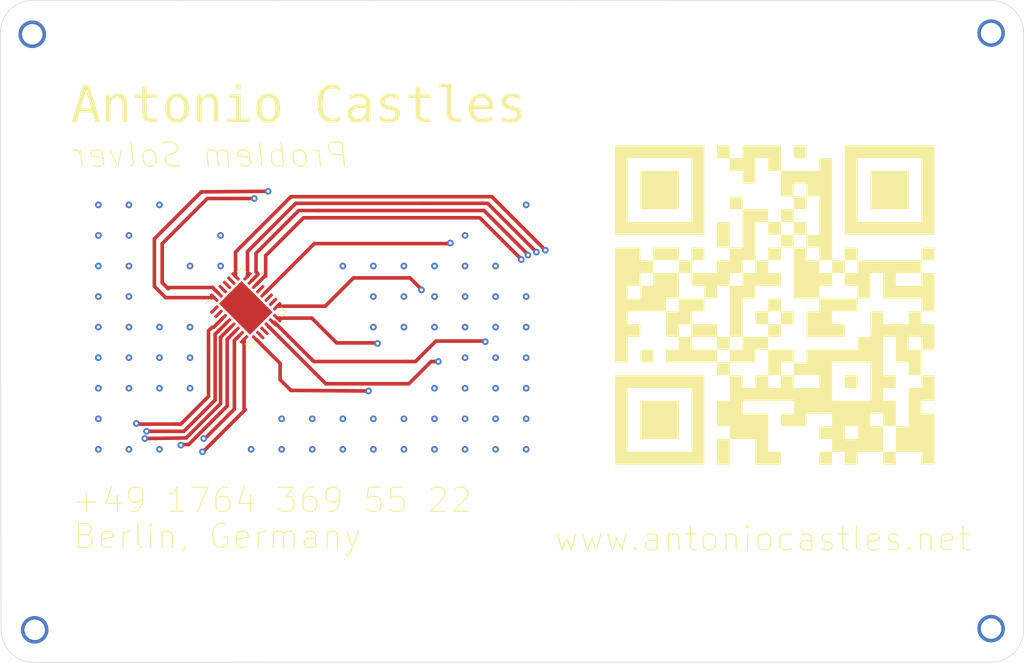
<source format=kicad_pcb>
(kicad_pcb (version 20221018) (generator pcbnew)
  (layers (0 "F.Cu" signal) (1 "In1.Cu" power) (2 "In2.Cu" power) (31 "B.Cu" signal) (34 "B.Paste" user) (35 "F.Paste" user) (36 "B.SilkS" user "B.Silkscreen") (37 "F.SilkS" user "F.Silkscreen") (38 "B.Mask" user) (39 "F.Mask" user) (44 "Edge.Cuts" user))
  (property "num" "hola")
  (net 0 "")
  (footprint "privateParts:TARJETA" (layer "F.Cu") (at 603.3 168.3)
    (fp_text reference "REF**" hide)
    (fp_text value "TARJETA")
    (fp_text user "+49 1764 369 55 22" (at -14.2 32.7 unlocked) (layer "F.SilkS") (effects (font (size 2 2) (thickness 0.1)) (justify left bottom)))
    (fp_text user "Antonio Castles" (at -14.2 0.6 unlocked) (layer "F.SilkS") (effects (font (size 3 3) (thickness 0.1)) (justify left bottom)))
    (fp_text user "Problem Solver" (at 9.1 4 unlocked) (layer "F.SilkS") (effects (font (size 2 2) (thickness 0.1) italic) (justify left bottom mirror)))
    (fp_text user "Berlin, Germany" (at -14.1 35.7 unlocked) (layer "F.SilkS") (effects (font (size 2 2) (thickness 0.1)) (justify left bottom)))
    (fp_text user "www.antoniocastles.net" (at 25.9 35.9 unlocked) (layer "F.SilkS") (effects (font (size 2 2) (thickness 0.1)) (justify left bottom)))
    (fp_line (start -2.655221 14.851778) (end -2.991097 15.187654) (stroke (width 0.12)) (layer "F.SilkS"))
    (fp_line (start -0.342982 12.539539) (end -0.007106 12.203663) (stroke (width 0.12)) (layer "F.SilkS"))
    (fp_line (start -0.007106 12.203663) (end 0.328769 12.539539) (stroke (width 0.12)) (layer "F.SilkS"))
    (fp_line (start 0.7 18.878751) (end 0.364125 18.542875) (stroke (width 0.12)) (layer "F.SilkS"))
    (fp_line (start 1.035876 18.542875) (end 0.7 18.878751) (stroke (width 0.12)) (layer "F.SilkS"))
    (fp_line (start 3.348115 16.230636) (end 3.683991 15.89476) (stroke (width 0.12)) (layer "F.SilkS"))
    (fp_line (start 3.683991 15.89476) (end 3.348115 15.558885) (stroke (width 0.12)) (layer "F.SilkS"))
    (fp_poly (pts (xy 34.214315 19.546604) (xy 34.214315 20.077429) (xy 33.68349 20.077429) (xy 33.152664 20.077429) (xy 33.152664 19.546604) (xy 33.152664 19.015778) (xy 33.68349 19.015778) (xy 34.214315 19.015778)) (fill solid) (layer "F.SilkS"))
    (fp_poly (pts (xy 36.337617 5.745141) (xy 36.337617 7.337617) (xy 34.745141 7.337617) (xy 33.152664 7.337617) (xy 33.152664 5.745141) (xy 33.152664 4.152664) (xy 34.745141 4.152664) (xy 36.337617 4.152664)) (fill solid) (layer "F.SilkS"))
    (fp_poly (pts (xy 36.337617 24.854859) (xy 36.337617 26.447335) (xy 34.745141 26.447335) (xy 33.152664 26.447335) (xy 33.152664 24.854859) (xy 33.152664 23.262382) (xy 34.745141 23.262382) (xy 36.337617 23.262382)) (fill solid) (layer "F.SilkS"))
    (fp_poly (pts (xy 40.584221 20.608255) (xy 40.584221 21.13908) (xy 40.053396 21.13908) (xy 39.52257 21.13908) (xy 39.52257 20.608255) (xy 39.52257 20.077429) (xy 40.053396 20.077429) (xy 40.584221 20.077429)) (fill solid) (layer "F.SilkS"))
    (fp_poly (pts (xy 41.645872 6.806792) (xy 41.645872 7.337617) (xy 41.115047 7.337617) (xy 40.584221 7.337617) (xy 40.584221 6.806792) (xy 40.584221 6.275966) (xy 41.115047 6.275966) (xy 41.645872 6.275966)) (fill solid) (layer "F.SilkS"))
    (fp_poly (pts (xy 46.954127 2.560188) (xy 46.954127 3.091013) (xy 46.423302 3.091013) (xy 45.892476 3.091013) (xy 45.892476 2.560188) (xy 45.892476 2.029362) (xy 46.423302 2.029362) (xy 46.954127 2.029362)) (fill solid) (layer "F.SilkS"))
    (fp_poly (pts (xy 51.200731 21.669906) (xy 51.200731 22.200731) (xy 50.669906 22.200731) (xy 50.13908 22.200731) (xy 50.13908 21.669906) (xy 50.13908 21.13908) (xy 50.669906 21.13908) (xy 51.200731 21.13908)) (fill solid) (layer "F.SilkS"))
    (fp_poly (pts (xy 55.447335 5.745141) (xy 55.447335 7.337617) (xy 53.854859 7.337617) (xy 52.262382 7.337617) (xy 52.262382 5.745141) (xy 52.262382 4.152664) (xy 53.854859 4.152664) (xy 55.447335 4.152664)) (fill solid) (layer "F.SilkS"))
    (fp_poly (pts (xy 45.892476 19.546604) (xy 45.892476 20.077429) (xy 45.361651 20.077429) (xy 44.830825 20.077429) (xy 44.830825 20.608255) (xy 44.830825 21.13908) (xy 44.3 21.13908) (xy 43.769174 21.13908) (xy 43.769174 20.077429) (xy 43.769174 19.015778) (xy 44.830825 19.015778) (xy 45.892476 19.015778)) (fill solid) (layer "F.SilkS"))
    (fp_poly (pts (xy 37.399268 18.484953) (xy 37.399268 19.015778) (xy 38.460919 19.015778) (xy 39.52257 19.015778) (xy 39.52257 19.546604) (xy 39.52257 20.077429) (xy 37.399268 20.077429) (xy 35.275966 20.077429) (xy 35.275966 19.546604) (xy 35.275966 19.015778) (xy 35.806792 19.015778) (xy 36.337617 19.015778) (xy 36.337617 18.484953) (xy 36.337617 17.954127) (xy 36.868443 17.954127) (xy 37.399268 17.954127)) (fill solid) (layer "F.SilkS"))
    (fp_poly (pts (xy 38.460919 5.745141) (xy 38.460919 9.460919) (xy 34.745141 9.460919) (xy 31.029362 9.460919) (xy 31.029362 5.745141) (xy 31.029362 3.091013) (xy 32.091013 3.091013) (xy 32.091013 5.745141) (xy 32.091013 8.399268) (xy 34.745141 8.399268) (xy 37.399268 8.399268) (xy 37.399268 5.745141) (xy 37.399268 3.091013) (xy 34.745141 3.091013) (xy 32.091013 3.091013) (xy 31.029362 3.091013) (xy 31.029362 2.029362) (xy 34.745141 2.029362) (xy 38.460919 2.029362)) (fill solid) (layer "F.SilkS"))
    (fp_poly (pts (xy 38.460919 24.854859) (xy 38.460919 28.570637) (xy 34.745141 28.570637) (xy 31.029362 28.570637) (xy 31.029362 24.854859) (xy 31.029362 22.200731) (xy 32.091013 22.200731) (xy 32.091013 24.854859) (xy 32.091013 27.508986) (xy 34.745141 27.508986) (xy 37.399268 27.508986) (xy 37.399268 24.854859) (xy 37.399268 22.200731) (xy 34.745141 22.200731) (xy 32.091013 22.200731) (xy 31.029362 22.200731) (xy 31.029362 21.13908) (xy 34.745141 21.13908) (xy 38.460919 21.13908)) (fill solid) (layer "F.SilkS"))
    (fp_poly (pts (xy 57.570637 5.745141) (xy 57.570637 9.460919) (xy 53.854859 9.460919) (xy 50.13908 9.460919) (xy 50.13908 5.745141) (xy 50.13908 3.091013) (xy 51.200731 3.091013) (xy 51.200731 5.745141) (xy 51.200731 8.399268) (xy 53.854859 8.399268) (xy 56.508986 8.399268) (xy 56.508986 5.745141) (xy 56.508986 3.091013) (xy 53.854859 3.091013) (xy 51.200731 3.091013) (xy 50.13908 3.091013) (xy 50.13908 2.029362) (xy 53.854859 2.029362) (xy 57.570637 2.029362)) (fill solid) (layer "F.SilkS"))
    (fp_poly (pts (xy 46.954127 11.053396) (xy 46.954127 11.584221) (xy 47.484953 11.584221) (xy 48.015778 11.584221) (xy 48.015778 12.115047) (xy 48.015778 12.645872) (xy 48.546604 12.645872) (xy 49.077429 12.645872) (xy 49.077429 13.176698) (xy 49.077429 13.707523) (xy 48.546604 13.707523) (xy 48.015778 13.707523) (xy 48.015778 14.238349) (xy 48.015778 14.769174) (xy 46.954127 14.769174) (xy 45.892476 14.769174) (xy 45.892476 12.645872) (xy 45.892476 10.52257) (xy 46.423302 10.52257) (xy 46.954127 10.52257)) (fill solid) (layer "F.SilkS"))
    (fp_poly (pts (xy 51.200731 15.3) (xy 51.200731 15.830825) (xy 50.13908 15.830825) (xy 49.077429 15.830825) (xy 49.077429 16.361651) (xy 49.077429 16.892476) (xy 49.608255 16.892476) (xy 50.13908 16.892476) (xy 50.13908 17.423302) (xy 50.13908 17.954127) (xy 48.546604 17.954127) (xy 46.954127 17.954127) (xy 46.954127 16.892476) (xy 46.954127 15.830825) (xy 47.484953 15.830825) (xy 48.015778 15.830825) (xy 48.015778 15.3) (xy 48.015778 14.769174) (xy 49.608255 14.769174) (xy 51.200731 14.769174)) (fill solid) (layer "F.SilkS"))
    (fp_poly (pts (xy 46.954127 8.930094) (xy 46.954127 9.460919) (xy 46.423302 9.460919) (xy 45.892476 9.460919) (xy 45.892476 9.991745) (xy 45.892476 10.52257) (xy 45.361651 10.52257) (xy 44.830825 10.52257) (xy 44.830825 11.053396) (xy 44.830825 11.584221) (xy 44.3 11.584221) (xy 43.769174 11.584221) (xy 43.769174 12.115047) (xy 43.769174 12.645872) (xy 44.3 12.645872) (xy 44.830825 12.645872) (xy 44.830825 13.176698) (xy 44.830825 13.707523) (xy 43.769174 13.707523) (xy 42.707523 13.707523) (xy 42.707523 14.238349) (xy 42.707523 14.769174) (xy 42.176698 14.769174) (xy 41.645872 14.769174) (xy 41.645872 16.361651) (xy 41.645872 17.954127) (xy 42.707523 17.954127) (xy 43.769174 17.954127) (xy 43.769174 17.423302) (xy 43.769174 16.892476) (xy 43.238349 16.892476) (xy 42.707523 16.892476) (xy 42.707523 16.361651) (xy 42.707523 15.830825) (xy 43.238349 15.830825) (xy 43.769174 15.830825) (xy 43.769174 15.3) (xy 43.769174 14.769174) (xy 44.3 14.769174) (xy 44.830825 14.769174) (xy 44.830825 15.3) (xy 44.830825 15.830825) (xy 44.3 15.830825) (xy 43.769174 15.830825) (xy 43.769174 16.361651) (xy 43.769174 16.892476) (xy 44.3 16.892476) (xy 44.830825 16.892476) (xy 44.830825 16.361651) (xy 44.830825 15.830825) (xy 45.361651 15.830825) (xy 45.892476 15.830825) (xy 45.892476 16.361651) (xy 45.892476 16.892476) (xy 45.361651 16.892476) (xy 44.830825 16.892476) (xy 44.830825 17.423302) (xy 44.830825 17.954127) (xy 44.3 17.954127) (xy 43.769174 17.954127) (xy 43.769174 18.484953) (xy 43.769174 19.015778) (xy 43.238349 19.015778) (xy 42.707523 19.015778) (xy 42.707523 19.546604) (xy 42.707523 20.077429) (xy 41.645872 20.077429) (xy 40.584221 20.077429) (xy 40.584221 19.546604) (xy 40.584221 19.015778) (xy 40.053396 19.015778) (xy 39.52257 19.015778) (xy 39.52257 18.484953) (xy 39.52257 17.954127) (xy 38.460919 17.954127) (xy 37.399268 17.954127) (xy 37.399268 17.423302) (xy 37.399268 16.892476) (xy 38.460919 16.892476) (xy 39.52257 16.892476) (xy 39.52257 17.423302) (xy 39.52257 17.954127) (xy 40.053396 17.954127) (xy 40.584221 17.954127) (xy 40.584221 18.484953) (xy 40.584221 19.015778) (xy 41.115047 19.015778) (xy 41.645872 19.015778) (xy 41.645872 18.484953) (xy 41.645872 17.954127) (xy 41.115047 17.954127) (xy 40.584221 17.954127) (xy 40.584221 15.830825) (xy 40.584221 13.707523) (xy 41.115047 13.707523) (xy 41.645872 13.707523) (xy 41.645872 13.176698) (xy 41.645872 12.645872) (xy 42.176698 12.645872) (xy 42.707523 12.645872) (xy 42.707523 12.115047) (xy 42.707523 11.584221) (xy 43.238349 11.584221) (xy 43.769174 11.584221) (xy 43.769174 11.053396) (xy 43.769174 10.52257) (xy 44.3 10.52257) (xy 44.830825 10.52257) (xy 44.830825 9.991745) (xy 44.830825 9.460919) (xy 45.361651 9.460919) (xy 45.892476 9.460919) (xy 45.892476 8.930094) (xy 45.892476 8.399268) (xy 46.423302 8.399268) (xy 46.954127 8.399268)) (fill solid) (layer "F.SilkS"))
    (fp_poly (pts (xy 40.584221 2.560188) (xy 40.584221 3.091013) (xy 41.115047 3.091013) (xy 41.645872 3.091013) (xy 41.645872 2.560188) (xy 41.645872 2.029362) (xy 43.238349 2.029362) (xy 44.830825 2.029362) (xy 44.830825 3.091013) (xy 44.830825 4.152664) (xy 46.423302 4.152664) (xy 48.015778 4.152664) (xy 48.015778 3.621839) (xy 48.015778 3.091013) (xy 48.546604 3.091013) (xy 49.077429 3.091013) (xy 49.077429 7.337617) (xy 49.077429 11.584221) (xy 49.608255 11.584221) (xy 50.13908 11.584221) (xy 50.13908 11.053396) (xy 50.13908 10.52257) (xy 50.669906 10.52257) (xy 51.200731 10.52257) (xy 51.200731 11.053396) (xy 51.200731 11.584221) (xy 53.854859 11.584221) (xy 56.508986 11.584221) (xy 56.508986 11.053396) (xy 56.508986 10.52257) (xy 57.039812 10.52257) (xy 57.570637 10.52257) (xy 57.570637 11.053396) (xy 57.570637 11.584221) (xy 57.039812 11.584221) (xy 56.508986 11.584221) (xy 56.508986 12.115047) (xy 56.508986 12.645872) (xy 55.447335 12.645872) (xy 54.385684 12.645872) (xy 54.385684 13.176698) (xy 54.385684 13.707523) (xy 55.447335 13.707523) (xy 56.508986 13.707523) (xy 56.508986 13.176698) (xy 56.508986 12.645872) (xy 57.039812 12.645872) (xy 57.570637 12.645872) (xy 57.570637 14.238349) (xy 57.570637 15.830825) (xy 57.039812 15.830825) (xy 56.508986 15.830825) (xy 56.508986 16.361651) (xy 56.508986 16.892476) (xy 57.039812 16.892476) (xy 57.570637 16.892476) (xy 57.570637 17.954127) (xy 57.570637 19.015778) (xy 57.039812 19.015778) (xy 56.508986 19.015778) (xy 56.508986 20.077429) (xy 56.508986 21.13908) (xy 55.978161 21.13908) (xy 55.447335 21.13908) (xy 55.447335 20.608255) (xy 55.447335 20.077429) (xy 54.91651 20.077429) (xy 54.385684 20.077429) (xy 54.385684 19.015778) (xy 54.385684 17.954127) (xy 55.447335 17.954127) (xy 55.447335 18.484953) (xy 55.447335 19.015778) (xy 55.978161 19.015778) (xy 56.508986 19.015778) (xy 56.508986 18.484953) (xy 56.508986 17.954127) (xy 55.978161 17.954127) (xy 55.447335 17.954127) (xy 54.385684 17.954127) (xy 53.854859 17.954127) (xy 53.324033 17.954127) (xy 53.324033 19.546604) (xy 53.324033 21.13908) (xy 53.854859 21.13908) (xy 54.385684 21.13908) (xy 54.385684 21.669906) (xy 54.385684 22.200731) (xy 53.854859 22.200731) (xy 53.324033 22.200731) (xy 53.324033 22.731557) (xy 53.324033 23.262382) (xy 53.854859 23.262382) (xy 54.385684 23.262382) (xy 54.385684 24.324033) (xy 54.385684 25.385684) (xy 53.854859 25.385684) (xy 53.324033 25.385684) (xy 53.324033 24.854859) (xy 53.324033 24.324033) (xy 52.793208 24.324033) (xy 52.262382 24.324033) (xy 52.262382 24.854859) (xy 52.262382 25.385684) (xy 52.793208 25.385684) (xy 53.324033 25.385684) (xy 53.324033 26.447335) (xy 53.324033 27.508986) (xy 53.854859 27.508986) (xy 54.385684 27.508986) (xy 54.385684 26.447335) (xy 54.385684 25.385684) (xy 54.91651 25.385684) (xy 55.447335 25.385684) (xy 55.447335 23.793208) (xy 55.447335 22.200731) (xy 55.978161 22.200731) (xy 56.508986 22.200731) (xy 56.508986 21.669906) (xy 56.508986 21.13908) (xy 57.039812 21.13908) (xy 57.570637 21.13908) (xy 57.570637 22.200731) (xy 57.570637 23.262382) (xy 57.039812 23.262382) (xy 56.508986 23.262382) (xy 56.508986 23.793208) (xy 56.508986 24.324033) (xy 57.039812 24.324033) (xy 57.570637 24.324033) (xy 57.570637 26.447335) (xy 57.570637 28.570637) (xy 57.039812 28.570637) (xy 56.508986 28.570637) (xy 56.508986 28.039812) (xy 56.508986 27.508986) (xy 55.447335 27.508986) (xy 54.385684 27.508986) (xy 54.385684 28.039812) (xy 54.385684 28.570637) (xy 53.854859 28.570637) (xy 53.324033 28.570637) (xy 53.324033 28.039812) (xy 53.324033 27.508986) (xy 52.262382 27.508986) (xy 51.200731 27.508986) (xy 51.200731 28.039812) (xy 51.200731 28.570637) (xy 50.669906 28.570637) (xy 50.13908 28.570637) (xy 50.13908 28.039812) (xy 50.13908 27.508986) (xy 49.608255 27.508986) (xy 49.077429 27.508986) (xy 49.077429 28.039812) (xy 49.077429 28.570637) (xy 48.546604 28.570637) (xy 48.015778 28.570637) (xy 48.015778 28.039812) (xy 48.015778 27.508986) (xy 48.546604 27.508986) (xy 49.077429 27.508986) (xy 49.077429 26.978161) (xy 49.077429 26.447335) (xy 48.546604 26.447335) (xy 48.015778 26.447335) (xy 48.015778 25.91651) (xy 48.015778 25.385684) (xy 48.546604 25.385684) (xy 49.077429 25.385684) (xy 50.13908 25.385684) (xy 50.13908 25.91651) (xy 50.13908 26.447335) (xy 50.669906 26.447335) (xy 51.200731 26.447335) (xy 51.200731 25.91651) (xy 51.200731 25.385684) (xy 50.669906 25.385684) (xy 50.13908 25.385684) (xy 49.077429 25.385684) (xy 49.077429 24.854859) (xy 49.077429 24.324033) (xy 48.015778 24.324033) (xy 46.954127 24.324033) (xy 46.954127 24.854859) (xy 46.954127 25.385684) (xy 45.892476 25.385684) (xy 44.830825 25.385684) (xy 44.830825 24.854859) (xy 44.830825 24.324033) (xy 45.361651 24.324033) (xy 45.892476 24.324033) (xy 45.892476 23.793208) (xy 45.892476 23.262382) (xy 43.769174 23.262382) (xy 41.645872 23.262382) (xy 41.645872 23.793208) (xy 41.645872 24.324033) (xy 42.707523 24.324033) (xy 43.769174 24.324033) (xy 43.769174 25.91651) (xy 43.769174 27.508986) (xy 44.3 27.508986) (xy 44.830825 27.508986) (xy 44.830825 28.039812) (xy 44.830825 28.570637) (xy 43.769174 28.570637) (xy 42.707523 28.570637) (xy 42.707523 27.508986) (xy 42.707523 26.447335) (xy 41.645872 26.447335) (xy 40.584221 26.447335) (xy 40.584221 27.508986) (xy 40.584221 28.570637) (xy 40.053396 28.570637) (xy 39.52257 28.570637) (xy 39.52257 27.508986) (xy 39.52257 26.447335) (xy 40.053396 26.447335) (xy 40.584221 26.447335) (xy 40.584221 25.91651) (xy 40.584221 25.385684) (xy 40.053396 25.385684) (xy 39.52257 25.385684) (xy 39.52257 24.324033) (xy 39.52257 23.262382) (xy 40.053396 23.262382) (xy 40.584221 23.262382) (xy 40.584221 22.200731) (xy 40.584221 21.13908) (xy 41.115047 21.13908) (xy 41.645872 21.13908) (xy 41.645872 21.669906) (xy 41.645872 22.200731) (xy 42.176698 22.200731) (xy 42.707523 22.200731) (xy 42.707523 21.669906) (xy 42.707523 21.13908) (xy 43.238349 21.13908) (xy 43.769174 21.13908) (xy 43.769174 21.669906) (xy 43.769174 22.200731) (xy 44.3 22.200731) (xy 44.830825 22.200731) (xy 44.830825 21.669906) (xy 44.830825 21.13908) (xy 45.361651 21.13908) (xy 45.892476 21.13908) (xy 45.892476 21.669906) (xy 45.892476 22.200731) (xy 46.954127 22.200731) (xy 48.015778 22.200731) (xy 48.015778 21.669906) (xy 48.015778 21.13908) (xy 46.954127 21.13908) (xy 45.892476 21.13908) (xy 45.892476 20.608255) (xy 45.892476 20.077429) (xy 46.423302 20.077429) (xy 46.954127 20.077429) (xy 49.077429 20.077429) (xy 49.077429 21.669906) (xy 49.077429 23.262382) (xy 50.669906 23.262382) (xy 52.262382 23.262382) (xy 52.262382 21.669906) (xy 52.262382 20.077429) (xy 50.669906 20.077429) (xy 49.077429 20.077429) (xy 46.954127 20.077429) (xy 46.954127 19.546604) (xy 46.954127 19.015778) (xy 49.077429 19.015778) (xy 51.200731 19.015778) (xy 51.200731 18.484953) (xy 51.200731 17.954127) (xy 51.731557 17.954127) (xy 52.262382 17.954127) (xy 52.262382 16.892476) (xy 52.262382 15.830825) (xy 52.793208 15.830825) (xy 53.324033 15.830825) (xy 53.324033 16.361651) (xy 53.324033 16.892476) (xy 54.385684 16.892476) (xy 55.447335 16.892476) (xy 55.447335 16.361651) (xy 55.447335 15.830825) (xy 55.978161 15.830825) (xy 56.508986 15.830825) (xy 56.508986 15.3) (xy 56.508986 14.769174) (xy 54.91651 14.769174) (xy 53.324033 14.769174) (xy 53.324033 13.707523) (xy 53.324033 12.645872) (xy 52.793208 12.645872) (xy 52.262382 12.645872) (xy 52.262382 13.707523) (xy 52.262382 14.769174) (xy 51.731557 14.769174) (xy 51.200731 14.769174) (xy 51.200731 14.238349) (xy 51.200731 13.707523) (xy 50.669906 13.707523) (xy 50.13908 13.707523) (xy 50.13908 13.176698) (xy 50.13908 12.645872) (xy 50.669906 12.645872) (xy 51.200731 12.645872) (xy 51.200731 12.115047) (xy 51.200731 11.584221) (xy 50.669906 11.584221) (xy 50.13908 11.584221) (xy 50.13908 12.115047) (xy 50.13908 12.645872) (xy 49.608255 12.645872) (xy 49.077429 12.645872) (xy 49.077429 12.115047) (xy 49.077429 11.584221) (xy 48.546604 11.584221) (xy 48.015778 11.584221) (xy 48.015778 11.053396) (xy 48.015778 10.52257) (xy 47.484953 10.52257) (xy 46.954127 10.52257) (xy 46.954127 9.991745) (xy 46.954127 9.460919) (xy 47.484953 9.460919) (xy 48.015778 9.460919) (xy 48.015778 7.868443) (xy 48.015778 6.275966) (xy 47.484953 6.275966) (xy 46.954127 6.275966) (xy 46.954127 6.806792) (xy 46.954127 7.337617) (xy 46.423302 7.337617) (xy 45.892476 7.337617) (xy 45.892476 7.868443) (xy 45.892476 8.399268) (xy 45.361651 8.399268) (xy 44.830825 8.399268) (xy 44.830825 8.930094) (xy 44.830825 9.460919) (xy 44.3 9.460919) (xy 43.769174 9.460919) (xy 43.769174 8.930094) (xy 43.769174 8.399268) (xy 43.238349 8.399268) (xy 42.707523 8.399268) (xy 42.707523 9.991745) (xy 42.707523 11.584221) (xy 42.176698 11.584221) (xy 41.645872 11.584221) (xy 41.645872 12.115047) (xy 41.645872 12.645872) (xy 41.115047 12.645872) (xy 40.584221 12.645872) (xy 40.584221 13.176698) (xy 40.584221 13.707523) (xy 40.053396 13.707523) (xy 39.52257 13.707523) (xy 39.52257 14.238349) (xy 39.52257 14.769174) (xy 38.991745 14.769174) (xy 38.460919 14.769174) (xy 38.460919 14.238349) (xy 38.460919 13.707523) (xy 37.930094 13.707523) (xy 37.399268 13.707523) (xy 37.399268 13.176698) (xy 37.399268 12.645872) (xy 36.868443 12.645872) (xy 36.337617 12.645872) (xy 36.337617 13.707523) (xy 36.337617 14.769174) (xy 35.806792 14.769174) (xy 35.275966 14.769174) (xy 35.275966 15.3) (xy 35.275966 15.830825) (xy 35.806792 15.830825) (xy 36.337617 15.830825) (xy 36.337617 15.3) (xy 36.337617 14.769174) (xy 37.399268 14.769174) (xy 38.460919 14.769174) (xy 38.460919 15.3) (xy 38.460919 15.830825) (xy 37.930094 15.830825) (xy 37.399268 15.830825) (xy 37.399268 16.361651) (xy 37.399268 16.892476) (xy 36.868443 16.892476) (xy 36.337617 16.892476) (xy 36.337617 17.423302) (xy 36.337617 17.954127) (xy 35.806792 17.954127) (xy 35.275966 17.954127) (xy 35.275966 16.892476) (xy 35.275966 15.830825) (xy 33.68349 15.830825) (xy 32.091013 15.830825) (xy 32.091013 16.361651) (xy 32.091013 16.892476) (xy 32.621839 16.892476) (xy 33.152664 16.892476) (xy 33.152664 17.423302) (xy 33.152664 17.954127) (xy 32.621839 17.954127) (xy 32.091013 17.954127) (xy 32.091013 19.015778) (xy 32.091013 20.077429) (xy 31.560188 20.077429) (xy 31.029362 20.077429) (xy 31.029362 15.3) (xy 31.029362 14.769174) (xy 32.091013 14.769174) (xy 32.621839 14.769174) (xy 33.152664 14.769174) (xy 33.152664 14.238349) (xy 33.152664 13.707523) (xy 33.68349 13.707523) (xy 34.214315 13.707523) (xy 34.214315 13.176698) (xy 34.214315 12.645872) (xy 35.275966 12.645872) (xy 36.337617 12.645872) (xy 36.337617 12.115047) (xy 36.337617 11.584221) (xy 35.275966 11.584221) (xy 34.214315 11.584221) (xy 34.214315 12.115047) (xy 34.214315 12.645872) (xy 33.68349 12.645872) (xy 33.152664 12.645872) (xy 33.152664 13.176698) (xy 33.152664 13.707523) (xy 32.621839 13.707523) (xy 32.091013 13.707523) (xy 32.091013 14.238349) (xy 32.091013 14.769174) (xy 31.029362 14.769174) (xy 31.029362 10.52257) (xy 32.091013 10.52257) (xy 33.152664 10.52257) (xy 33.152664 11.053396) (xy 33.152664 11.584221) (xy 33.68349 11.584221) (xy 34.214315 11.584221) (xy 34.214315 11.053396) (xy 34.214315 10.52257) (xy 35.275966 10.52257) (xy 36.337617 10.52257) (xy 36.337617 11.053396) (xy 36.337617 11.584221) (xy 36.868443 11.584221) (xy 37.399268 11.584221) (xy 37.399268 11.053396) (xy 37.399268 10.52257) (xy 37.930094 10.52257) (xy 38.460919 10.52257) (xy 38.460919 11.053396) (xy 38.460919 11.584221) (xy 37.930094 11.584221) (xy 37.399268 11.584221) (xy 37.399268 12.115047) (xy 37.399268 12.645872) (xy 38.460919 12.645872) (xy 39.52257 12.645872) (xy 39.52257 12.115047) (xy 39.52257 11.584221) (xy 40.053396 11.584221) (xy 40.584221 11.584221) (xy 40.584221 11.053396) (xy 40.584221 10.52257) (xy 40.053396 10.52257) (xy 39.52257 10.52257) (xy 39.52257 9.460919) (xy 39.52257 8.399268) (xy 40.053396 8.399268) (xy 40.584221 8.399268) (xy 40.584221 9.460919) (xy 40.584221 10.52257) (xy 41.115047 10.52257) (xy 41.645872 10.52257) (xy 41.645872 8.930094) (xy 41.645872 7.337617) (xy 42.707523 7.337617) (xy 43.769174 7.337617) (xy 43.769174 7.868443) (xy 43.769174 8.399268) (xy 44.3 8.399268) (xy 44.830825 8.399268) (xy 44.830825 7.868443) (xy 44.830825 7.337617) (xy 45.361651 7.337617) (xy 45.892476 7.337617) (xy 45.892476 6.806792) (xy 45.892476 6.275966) (xy 45.361651 6.275966) (xy 44.830825 6.275966) (xy 44.830825 5.214315) (xy 45.892476 5.214315) (xy 45.892476 5.745141) (xy 45.892476 6.275966) (xy 46.423302 6.275966) (xy 46.954127 6.275966) (xy 46.954127 5.745141) (xy 46.954127 5.214315) (xy 46.423302 5.214315) (xy 45.892476 5.214315) (xy 44.830825 5.214315) (xy 44.830825 4.152664) (xy 44.3 4.152664) (xy 43.769174 4.152664) (xy 43.769174 3.621839) (xy 43.769174 3.091013) (xy 43.238349 3.091013) (xy 42.707523 3.091013) (xy 42.707523 4.152664) (xy 42.707523 5.214315) (xy 42.176698 5.214315) (xy 41.645872 5.214315) (xy 41.645872 4.68349) (xy 41.645872 4.152664) (xy 41.115047 4.152664) (xy 40.584221 4.152664) (xy 40.584221 3.621839) (xy 40.584221 3.091013) (xy 40.053396 3.091013) (xy 39.52257 3.091013) (xy 39.52257 2.560188) (xy 39.52257 2.029362) (xy 40.053396 2.029362) (xy 40.584221 2.029362)) (fill solid) (layer "F.SilkS"))
    (fp_line (start -20.055319 -7.228825) (end -19.996367 42.30172) (stroke (width 0.05)) (layer "Edge.Cuts"))
    (fp_line (start -17.2 45) (end 62.30172 44.996367) (stroke (width 0.05)) (layer "Edge.Cuts"))
    (fp_line (start 62.203633 -9.99828) (end -17.357039 -10.025192) (stroke (width 0.05)) (layer "Edge.Cuts"))
    (fp_line (start 65 42.2) (end 65 -7.3) (stroke (width 0.05)) (layer "Edge.Cuts"))
    (fp_arc (start -20.055319 -7.228825) (mid -19.3 -9.2) (end -17.357039 -10.025192) (stroke (width 0.05)) (layer "Edge.Cuts"))
    (fp_arc (start -17.2 45) (mid -19.171175 44.244681) (end -19.996367 42.30172) (stroke (width 0.05)) (layer "Edge.Cuts"))
    (fp_arc (start 62.203633 -9.99828) (mid 64.174808 -9.242961) (end 65 -7.3) (stroke (width 0.05)) (layer "Edge.Cuts"))
    (fp_arc (start 65 42.2) (mid 64.244689 44.171169) (end 62.30172 44.996367) (stroke (width 0.05)) (layer "Edge.Cuts"))
    (pad "" np_thru_hole circle (at -17.4 -7.2) (size 2.286 2.286) (drill 1.7) (layers "F&B.Cu" "*.Mask"))
    (pad "" np_thru_hole circle (at -17.2 42.3) (size 2.286 2.286) (drill 1.7) (layers "F&B.Cu" "*.Mask"))
    (pad "" np_thru_hole circle (at 62.3 -7.3) (size 2.286 2.286) (drill 1.7) (layers "F&B.Cu" "*.Mask"))
    (pad "" np_thru_hole circle (at 62.3 42.2) (size 2.286 2.286) (drill 1.7) (layers "F&B.Cu" "*.Mask"))
    (pad "1" smd roundrect (at -2.269848 15.682628 45) (size 0.85 0.25) (layers "F.Cu" "F.Paste" "F.Mask"))
    (pad "2" smd roundrect (at -1.916295 16.036182 45) (size 0.85 0.25) (layers "F.Cu" "F.Paste" "F.Mask"))
    (pad "3" smd roundrect (at -1.562741 16.389735 45) (size 0.85 0.25) (layers "F.Cu" "F.Paste" "F.Mask"))
    (pad "4" smd roundrect (at -1.209188 16.743289 45) (size 0.85 0.25) (layers "F.Cu" "F.Paste" "F.Mask"))
    (pad "5" smd roundrect (at -0.855635 17.096842 45) (size 0.85 0.25) (layers "F.Cu" "F.Paste" "F.Mask"))
    (pad "6" smd roundrect (at -0.502081 17.450395 45) (size 0.85 0.25) (layers "F.Cu" "F.Paste" "F.Mask"))
    (pad "7" smd roundrect (at -0.148528 17.803949 45) (size 0.85 0.25) (layers "F.Cu" "F.Paste" "F.Mask"))
    (pad "8" smd roundrect (at 0.205026 18.157502 45) (size 0.85 0.25) (layers "F.Cu" "F.Paste" "F.Mask"))
    (pad "9" smd roundrect (at 1.194975 18.157502 45) (size 0.25 0.85) (layers "F.Cu" "F.Paste" "F.Mask"))
    (pad "10" smd roundrect (at 1.548529 17.803949 45) (size 0.25 0.85) (layers "F.Cu" "F.Paste" "F.Mask"))
    (pad "11" smd roundrect (at 1.902082 17.450395 45) (size 0.25 0.85) (layers "F.Cu" "F.Paste" "F.Mask"))
    (pad "12" smd roundrect (at 2.255635 17.096842 45) (size 0.25 0.85) (layers "F.Cu" "F.Paste" "F.Mask"))
    (pad "13" smd roundrect (at 2.609189 16.743289 45) (size 0.25 0.85) (layers "F.Cu" "F.Paste" "F.Mask"))
    (pad "14" smd roundrect (at 2.962742 16.389735 45) (size 0.25 0.85) (layers "F.Cu" "F.Paste" "F.Mask"))
    (pad "15" smd roundrect (at 2.962742 15.399786 45) (size 0.85 0.25) (layers "F.Cu" "F.Paste" "F.Mask"))
    (pad "16" smd roundrect (at 2.609189 15.046232 45) (size 0.85 0.25) (layers "F.Cu" "F.Paste" "F.Mask"))
    (pad "17" smd roundrect (at 2.255635 14.692679 45) (size 0.85 0.25) (layers "F.Cu" "F.Paste" "F.Mask"))
    (pad "18" smd roundrect (at 1.902082 14.339125 45) (size 0.85 0.25) (layers "F.Cu" "F.Paste" "F.Mask"))
    (pad "19" smd roundrect (at 1.548529 13.985572 45) (size 0.85 0.25) (layers "F.Cu" "F.Paste" "F.Mask"))
    (pad "20" smd roundrect (at 1.194975 13.632019 45) (size 0.85 0.25) (layers "F.Cu" "F.Paste" "F.Mask"))
    (pad "21" smd roundrect (at 0.841422 13.278465 45) (size 0.85 0.25) (layers "F.Cu" "F.Paste" "F.Mask"))
    (pad "22" smd roundrect (at 0.487868 12.924912 45) (size 0.85 0.25) (layers "F.Cu" "F.Paste" "F.Mask"))
    (pad "23" smd roundrect (at -0.502081 12.924912 45) (size 0.25 0.85) (layers "F.Cu" "F.Paste" "F.Mask"))
    (pad "24" smd roundrect (at -0.855635 13.278465 45) (size 0.25 0.85) (layers "F.Cu" "F.Paste" "F.Mask"))
    (pad "25" smd roundrect (at -1.209188 13.632019 45) (size 0.25 0.85) (layers "F.Cu" "F.Paste" "F.Mask"))
    (pad "26" smd roundrect (at -1.562741 13.985572 45) (size 0.25 0.85) (layers "F.Cu" "F.Paste" "F.Mask"))
    (pad "27" smd roundrect (at -1.916295 14.339125 45) (size 0.25 0.85) (layers "F.Cu" "F.Paste" "F.Mask"))
    (pad "28" smd roundrect (at -2.269848 14.692679 45) (size 0.25 0.85) (layers "F.Cu" "F.Paste" "F.Mask"))
    (pad "29" smd rect (at 0.346447 15.541207 45) (size 2.65 3.65) (layers "F.Cu" "F.Mask"))
  )
  (segment (start 618.25 182.35) (end 618.3 182.35) (width 0.3) (layer "F.Cu") (net 0))
  (segment (start 618.35 175.15) (end 623.75 175.15) (width 0.3) (layer "F.Cu") (net 0))
  (segment (start 609.139735 184.689735) (end 609.8 185.35) (width 0.3) (layer "F.Cu") (net 0))
  (segment (start 601.55 186.291207) (end 601.55 186.4) (width 0.3) (layer "F.Cu") (net 0))
  (segment (start 608.55 176.35) (end 623.1 176.35) (width 0.3) (layer "F.Cu") (net 0))
  (segment (start 595.4 194.1) (end 595.45 194.1) (width 0.3) (layer "F.Cu") (net 0))
  (segment (start 617.2 190.15) (end 619.05 188.3) (width 0.3) (layer "F.Cu") (net 0))
  (segment (start 602.7 186.555421) (end 602.7 186.6) (width 0.3) (layer "F.Cu") (net 0))
  (segment (start 600.55 187) (end 600.55 191.2) (width 0.3) (layer "F.Cu") (net 0))
  (segment (start 601.383705 182.639125) (end 600.9 182.15542) (width 0.3) (layer "F.Cu") (net 0))
  (segment (start 602.1 186.448314) (end 602.1 186.45) (width 0.3) (layer "F.Cu") (net 0))
  (segment (start 603.787868 179.162132) (end 605 177.95) (width 0.3) (layer "F.Cu") (net 0))
  (segment (start 601.030152 182.992679) (end 596.992679 182.992679) (width 0.3) (layer "F.Cu") (net 0))
  (segment (start 607.8 175.15) (end 618.35 175.15) (width 0.3) (layer "F.Cu") (net 0))
  (segment (start 595.25 194.7) (end 595.3 194.65) (width 0.3) (layer "F.Cu") (net 0))
  (segment (start 598.9 195.2) (end 598.4 195.2) (width 0.3) (layer "F.Cu") (net 0))
  (segment (start 597.2 182.25) (end 596.7 181.75) (width 0.3) (layer "F.Cu") (net 0))
  (segment (start 602.65 192.3) (end 600.25 194.7) (width 0.3) (layer "F.Cu") (net 0))
  (segment (start 605.3 179.5) (end 605.35 179.45) (width 0.3) (layer "F.Cu") (net 0))
  (segment (start 596.05 182.05) (end 596.05 178.1) (width 0.3) (layer "F.Cu") (net 0))
  (segment (start 628.55 179.05) (end 628.6 179.1) (width 0.3) (layer "F.Cu") (net 0))
  (segment (start 600.9 182.15) (end 597.3 182.15) (width 0.3) (layer "F.Cu") (net 0))
  (segment (start 609.341207 178.5) (end 609.4 178.5) (width 0.3) (layer "F.Cu") (net 0))
  (segment (start 600.15 194.8) (end 600.25 194.7) (width 0.3) (layer "F.Cu") (net 0))
  (segment (start 606.262742 184.689735) (end 609.139735 184.689735) (width 0.3) (layer "F.Cu") (net 0))
  (segment (start 601.1 186) (end 601.1 191.5) (width 0.3) (layer "F.Cu") (net 0))
  (segment (start 598.5 194.1) (end 595.4 194.1) (width 0.3) (layer "F.Cu") (net 0))
  (segment (start 596.7 178.5) (end 600.45 174.75) (width 0.3) (layer "F.Cu") (net 0))
  (segment (start 603.151472 186.103949) (end 602.7 186.555421) (width 0.3) (layer "F.Cu") (net 0))
  (segment (start 606.262742 183.699786) (end 610.250214 183.699786) (width 0.3) (layer "F.Cu") (net 0))
  (segment (start 609.4 178.5) (end 620.6 178.5) (width 0.3) (layer "F.Cu") (net 0))
  (segment (start 602.7 186.6) (end 602.7 192.25) (width 0.3) (layer "F.Cu") (net 0))
  (segment (start 598.3 195.2) (end 598.35 195.2) (width 0.3) (layer "F.Cu") (net 0))
  (segment (start 602.797919 185.750395) (end 602.1 186.448314) (width 0.3) (layer "F.Cu") (net 0))
  (segment (start 594.6 193.5) (end 594.65 193.5) (width 0.3) (layer "F.Cu") (net 0))
  (segment (start 607.4 190.7) (end 613.85 190.75) (width 0.3) (layer "F.Cu") (net 0))
  (segment (start 605 177.95) (end 607.8 175.15) (width 0.3) (layer "F.Cu") (net 0))
  (segment (start 623.5 186.6) (end 623.55 186.65) (width 0.3) (layer "F.Cu") (net 0))
  (segment (start 600.25 191.5) (end 598.25 193.5) (width 0.3) (layer "F.Cu") (net 0))
  (segment (start 606.6 189.9) (end 607.4 190.7) (width 0.3) (layer "F.Cu") (net 0))
  (segment (start 604.507502 186.457502) (end 606.5 188.45) (width 0.3) (layer "F.Cu") (net 0))
  (segment (start 600.05 195.8) (end 600 195.8) (width 0.3) (layer "F.Cu") (net 0))
  (segment (start 627.1 179.45) (end 627.15 179.45) (width 0.3) (layer "F.Cu") (net 0))
  (segment (start 594.7 193.5) (end 594.55 193.45) (width 0.3) (layer "F.Cu") (net 0))
  (segment (start 610.250214 183.699786) (end 612.6 181.35) (width 0.3) (layer "F.Cu") (net 0))
  (segment (start 600.05 192.55) (end 598.5 194.1) (width 0.3) (layer "F.Cu") (net 0))
  (segment (start 618.25 182.3) (end 618.25 182.35) (width 0.3) (layer "F.Cu") (net 0))
  (segment (start 600.55 185.75) (end 600.55 187) (width 0.3) (layer "F.Cu") (net 0))
  (segment (start 604.65 181) (end 604.5 180.85) (width 0.3) (layer "F.Cu") (net 0))
  (segment (start 612.6 181.35) (end 617.3 181.35) (width 0.3) (layer "F.Cu") (net 0))
  (segment (start 603.787868 181.224912) (end 603.787868 179.162132) (width 0.3) (layer "F.Cu") (net 0))
  (segment (start 603.505026 186.457502) (end 603.505026 192.205026) (width 0.3) (layer "F.Cu") (net 0))
  (segment (start 597.3 182.15) (end 597.2 182.25) (width 0.3) (layer "F.Cu") (net 0))
  (segment (start 600.9 182.15542) (end 600.9 182.15) (width 0.3) (layer "F.Cu") (net 0))
  (segment (start 608.45 176.35) (end 608.55 176.35) (width 0.3) (layer "F.Cu") (net 0))
  (segment (start 602.090812 185.043289) (end 601.134101 186) (width 0.3) (layer "F.Cu") (net 0))
  (segment (start 611.2 186.75) (end 611.8 186.75) (width 0.3) (layer "F.Cu") (net 0))
  (segment (start 602.1 186.45) (end 602.1 192) (width 0.3) (layer "F.Cu") (net 0))
  (segment (start 600.15 194.7) (end 600.15 194.8) (width 0.3) (layer "F.Cu") (net 0))
  (segment (start 602.797919 181.224912) (end 602.797919 179.202081) (width 0.3) (layer "F.Cu") (net 0))
  (segment (start 617.75 188.3) (end 619.45 186.6) (width 0.3) (layer "F.Cu") (net 0))
  (segment (start 609.35 189.2) (end 610.3 190.15) (width 0.3) (layer "F.Cu") (net 0))
  (segment (start 601.134101 186) (end 601.1 186) (width 0.3) (layer "F.Cu") (net 0))
  (segment (start 618.3 182.35) (end 618.3 182.35) (width 0.3) (layer "F.Cu") (net 0))
  (segment (start 602.7 192.25) (end 602.65 192.3) (width 0.3) (layer "F.Cu") (net 0))
  (segment (start 594.55 193.45) (end 594.6 193.5) (width 0.3) (layer "F.Cu") (net 0))
  (segment (start 603.505026 192.205026) (end 603.6 192.3) (width 0.3) (layer "F.Cu") (net 0))
  (segment (start 617.3 181.35) (end 618.25 182.3) (width 0.3) (layer "F.Cu") (net 0))
  (segment (start 600.45 174.75) (end 604.35 174.75) (width 0.3) (layer "F.Cu") (net 0))
  (segment (start 609.3 188.3) (end 616.95 188.3) (width 0.3) (layer "F.Cu") (net 0))
  (segment (start 602.444365 185.396842) (end 601.55 186.291207) (width 0.3) (layer "F.Cu") (net 0))
  (segment (start 605.35 179.45) (end 608.45 176.35) (width 0.3) (layer "F.Cu") (net 0))
  (segment (start 597.8 193.5) (end 594.7 193.5) (width 0.3) (layer "F.Cu") (net 0))
  (segment (start 605.202082 182.639125) (end 609.341207 178.5) (width 0.3) (layer "F.Cu") (net 0))
  (segment (start 608.05 175.75) (end 609.65 175.75) (width 0.3) (layer "F.Cu") (net 0))
  (segment (start 598.4 195.2) (end 598.25 195.25) (width 0.3) (layer "F.Cu") (net 0))
  (segment (start 601.55 186.4) (end 601.55 191.8) (width 0.3) (layer "F.Cu") (net 0))
  (segment (start 600.1 195.8) (end 600.05 195.8) (width 0.3) (layer "F.Cu") (net 0))
  (segment (start 606.5 188.45) (end 606.5 189.8) (width 0.3) (layer "F.Cu") (net 0))
  (segment (start 623.45 175.75) (end 627.1 179.4) (width 0.3) (layer "F.Cu") (net 0))
  (segment (start 627.15 179.45) (end 627.15 179.45) (width 0.3) (layer "F.Cu") (net 0))
  (segment (start 602.797919 179.202081) (end 607.35 174.65) (width 0.3) (layer "F.Cu") (net 0))
  (segment (start 605.226994 181.2) (end 605.3 181.2) (width 0.3) (layer "F.Cu") (net 0))
  (segment (start 604.494975 186.457502) (end 604.507502 186.457502) (width 0.3) (layer "F.Cu") (net 0))
  (segment (start 604.141422 181.578465) (end 604.65 181.069887) (width 0.3) (layer "F.Cu") (net 0))
  (segment (start 604.35 174.75) (end 604.4 174.75) (width 0.3) (layer "F.Cu") (net 0))
  (segment (start 610.3 190.15) (end 617.2 190.15) (width 0.3) (layer "F.Cu") (net 0))
  (segment (start 616.95 188.3) (end 617.75 188.3) (width 0.3) (layer "F.Cu") (net 0))
  (segment (start 611.8 186.75) (end 614.55 186.75) (width 0.3) (layer "F.Cu") (net 0))
  (segment (start 626.6 179.85) (end 626.65 179.85) (width 0.3) (layer "F.Cu") (net 0))
  (segment (start 627.1 179.4) (end 627.1 179.45) (width 0.3) (layer "F.Cu") (net 0))
  (segment (start 603.6 192.3) (end 600.225 195.675) (width 0.3) (layer "F.Cu") (net 0))
  (segment (start 596.992679 182.992679) (end 596.05 182.05) (width 0.3) (layer "F.Cu") (net 0))
  (segment (start 619.45 186.6) (end 623.5 186.6) (width 0.3) (layer "F.Cu") (net 0))
  (segment (start 614.55 186.75) (end 614.6 186.8) (width 0.3) (layer "F.Cu") (net 0))
  (segment (start 627.8 179.2) (end 627.85 179.25) (width 0.3) (layer "F.Cu") (net 0))
  (segment (start 598.25 195.25) (end 598.3 195.2) (width 0.3) (layer "F.Cu") (net 0))
  (segment (start 619.05 188.3) (end 619.65 188.3) (width 0.3) (layer "F.Cu") (net 0))
  (segment (start 620.65 178.45) (end 620.7 178.4) (width 0.3) (layer "F.Cu") (net 0))
  (segment (start 613.85 190.75) (end 613.85 190.7) (width 0.3) (layer "F.Cu") (net 0))
  (segment (start 604.5 179.3) (end 608.05 175.75) (width 0.3) (layer "F.Cu") (net 0))
  (segment (start 601.35 192.75) (end 598.9 195.2) (width 0.3) (layer "F.Cu") (net 0))
  (segment (start 609.8 185.35) (end 611.2 186.75) (width 0.3) (layer "F.Cu") (net 0))
  (segment (start 596.7 181.75) (end 596.7 181.5) (width 0.3) (layer "F.Cu") (net 0))
  (segment (start 605.5 174.15) (end 605.5 174.2) (width 0.3) (layer "F.Cu") (net 0))
  (segment (start 598.7 194.65) (end 595.25 194.7) (width 0.3) (layer "F.Cu") (net 0))
  (segment (start 596.05 178.1) (end 597.75 176.4) (width 0.3) (layer "F.Cu") (net 0))
  (segment (start 607.35 174.65) (end 607.4 174.6) (width 0.3) (layer "F.Cu") (net 0))
  (segment (start 624.1 174.6) (end 628.55 179.05) (width 0.3) (layer "F.Cu") (net 0))
  (segment (start 600.25 194.7) (end 600.15 194.7) (width 0.3) (layer "F.Cu") (net 0))
  (segment (start 597.75 176.4) (end 599.95 174.2) (width 0.3) (layer "F.Cu") (net 0))
  (segment (start 609.05 188.05) (end 609.3 188.3) (width 0.3) (layer "F.Cu") (net 0))
  (segment (start 609.65 175.75) (end 623.45 175.75) (width 0.3) (layer "F.Cu") (net 0))
  (segment (start 620.6 178.5) (end 620.65 178.45) (width 0.3) (layer "F.Cu") (net 0))
  (segment (start 623.25 176.5) (end 626.6 179.85) (width 0.3) (layer "F.Cu") (net 0))
  (segment (start 606.5 189.8) (end 606.6 189.9) (width 0.3) (layer "F.Cu") (net 0))
  (segment (start 596.7 181.5) (end 596.7 178.5) (width 0.3) (layer "F.Cu") (net 0))
  (segment (start 607.4 174.6) (end 623.9 174.6) (width 0.3) (layer "F.Cu") (net 0))
  (segment (start 602.1 192) (end 601.35 192.75) (width 0.3) (layer "F.Cu") (net 0))
  (segment (start 606.043289 185.043289) (end 609.05 188.05) (width 0.3) (layer "F.Cu") (net 0))
  (segment (start 604.5 180.85) (end 604.5 179.3) (width 0.3) (layer "F.Cu") (net 0))
  (segment (start 605.909189 185.043289) (end 606.043289 185.043289) (width 0.3) (layer "F.Cu") (net 0))
  (segment (start 604.65 181.069887) (end 604.65 181) (width 0.3) (layer "F.Cu") (net 0))
  (segment (start 623.75 175.15) (end 627.8 179.2) (width 0.3) (layer "F.Cu") (net 0))
  (segment (start 604.494975 181.932019) (end 605.226994 181.2) (width 0.3) (layer "F.Cu") (net 0))
  (segment (start 601.55 191.8) (end 598.7 194.65) (width 0.3) (layer "F.Cu") (net 0))
  (segment (start 623.9 174.6) (end 624.1 174.6) (width 0.3) (layer "F.Cu") (net 0))
  (segment (start 605.3 181.2) (end 605.3 179.5) (width 0.3) (layer "F.Cu") (net 0))
  (segment (start 599.95 174.2) (end 605.5 174.15) (width 0.3) (layer "F.Cu") (net 0))
  (segment (start 605.555635 185.396842) (end 605.555635 185.405635) (width 0.3) (layer "F.Cu") (net 0))
  (segment (start 600.55 191.2) (end 600.25 191.5) (width 0.3) (layer "F.Cu") (net 0))
  (segment (start 623.1 176.35) (end 623.25 176.5) (width 0.3) (layer "F.Cu") (net 0))
  (segment (start 598.25 193.5) (end 597.8 193.5) (width 0.3) (layer "F.Cu") (net 0))
  (segment (start 605.555635 185.405635) (end 609.35 189.2) (width 0.3) (layer "F.Cu") (net 0))
  (segment (start 600.976994 185.45) (end 600.85 185.45) (width 0.3) (layer "F.Cu") (net 0))
  (segment (start 600.85 185.45) (end 600.55 185.75) (width 0.3) (layer "F.Cu") (net 0))
  (segment (start 601.1 191.5) (end 600.05 192.55) (width 0.3) (layer "F.Cu") (net 0))
  (segment (start 601.737259 184.689735) (end 600.976994 185.45) (width 0.3) (layer "F.Cu") (net 0))
  (via (at 626.953062 182.899689) (size 0.55) (drill 0.25) (layers "F.Cu" "B.Cu") (net 0))
  (via (at 613.85 190.75) (size 0.55) (drill 0.25) (layers "F.Cu" "B.Cu") (net 0))
  (via (at 605.5 174.15) (size 0.55) (drill 0.25) (layers "F.Cu" "B.Cu") (net 0))
  (via (at 591.393062 182.899689) (size 0.55) (drill 0.25) (layers "F.Cu" "B.Cu") (net 0))
  (via (at 614.253062 185.439689) (size 0.55) (drill 0.25) (layers "F.Cu" "B.Cu") (net 0))
  (via (at 619.333062 193.059689) (size 0.55) (drill 0.25) (layers "F.Cu" "B.Cu") (net 0))
  (via (at 593.933062 175.279689) (size 0.55) (drill 0.25) (layers "F.Cu" "B.Cu") (net 0))
  (via (at 621.873062 180.359689) (size 0.55) (drill 0.25) (layers "F.Cu" "B.Cu") (net 0))
  (via (at 596.473062 187.979689) (size 0.55) (drill 0.25) (layers "F.Cu" "B.Cu") (net 0))
  (via (at 600.15 194.7) (size 0.55) (drill 0.25) (layers "F.Cu" "B.Cu") (net 0))
  (via (at 593.933062 195.599689) (size 0.55) (drill 0.25) (layers "F.Cu" "B.Cu") (net 0))
  (via (at 593.933062 185.439689) (size 0.55) (drill 0.25) (layers "F.Cu" "B.Cu") (net 0))
  (via (at 609.173062 195.599689) (size 0.55) (drill 0.25) (layers "F.Cu" "B.Cu") (net 0))
  (via (at 616.793062 180.359689) (size 0.55) (drill 0.25) (layers "F.Cu" "B.Cu") (net 0))
  (via (at 614.253062 195.599689) (size 0.55) (drill 0.25) (layers "F.Cu" "B.Cu") (net 0))
  (via (at 621.873062 190.519689) (size 0.55) (drill 0.25) (layers "F.Cu" "B.Cu") (net 0))
  (via (at 591.393062 187.979689) (size 0.55) (drill 0.25) (layers "F.Cu" "B.Cu") (net 0))
  (via (at 626.953062 175.279689) (size 0.55) (drill 0.25) (layers "F.Cu" "B.Cu") (net 0))
  (via (at 628.55 179.05) (size 0.55) (drill 0.25) (layers "F.Cu" "B.Cu") (net 0))
  (via (at 604.35 174.75) (size 0.55) (drill 0.25) (layers "F.Cu" "B.Cu") (net 0))
  (via (at 614.253062 182.899689) (size 0.55) (drill 0.25) (layers "F.Cu" "B.Cu") (net 0))
  (via (at 621.873062 185.439689) (size 0.55) (drill 0.25) (layers "F.Cu" "B.Cu") (net 0))
  (via (at 591.393062 190.519689) (size 0.55) (drill 0.25) (layers "F.Cu" "B.Cu") (net 0))
  (via (at 614.253062 180.359689) (size 0.55) (drill 0.25) (layers "F.Cu" "B.Cu") (net 0))
  (via (at 619.333062 182.899689) (size 0.55) (drill 0.25) (layers "F.Cu" "B.Cu") (net 0))
  (via (at 623.55 186.65) (size 0.55) (drill 0.25) (layers "F.Cu" "B.Cu") (net 0))
  (via (at 604.093062 195.599689) (size 0.55) (drill 0.25) (layers "F.Cu" "B.Cu") (net 0))
  (via (at 591.393062 175.279689) (size 0.55) (drill 0.25) (layers "F.Cu" "B.Cu") (net 0))
  (via (at 596.473062 190.519689) (size 0.55) (drill 0.25) (layers "F.Cu" "B.Cu") (net 0))
  (via (at 591.393062 185.439689) (size 0.55) (drill 0.25) (layers "F.Cu" "B.Cu") (net 0))
  (via (at 624.413062 195.599689) (size 0.55) (drill 0.25) (layers "F.Cu" "B.Cu") (net 0))
  (via (at 616.793062 193.059689) (size 0.55) (drill 0.25) (layers "F.Cu" "B.Cu") (net 0))
  (via (at 598.25 195.25) (size 0.55) (drill 0.25) (layers "F.Cu" "B.Cu") (net 0))
  (via (at 596.473062 185.439689) (size 0.55) (drill 0.25) (layers "F.Cu" "B.Cu") (net 0))
  (via (at 599.013062 190.519689) (size 0.55) (drill 0.25) (layers "F.Cu" "B.Cu") (net 0))
  (via (at 606.633062 193.059689) (size 0.55) (drill 0.25) (layers "F.Cu" "B.Cu") (net 0))
  (via (at 626.953062 187.979689) (size 0.55) (drill 0.25) (layers "F.Cu" "B.Cu") (net 0))
  (via (at 591.393062 177.819689) (size 0.55) (drill 0.25) (layers "F.Cu" "B.Cu") (net 0))
  (via (at 619.333062 195.599689) (size 0.55) (drill 0.25) (layers "F.Cu" "B.Cu") (net 0))
  (via (at 599.013062 185.439689) (size 0.55) (drill 0.25) (layers "F.Cu" "B.Cu") (net 0))
  (via (at 593.933062 187.979689) (size 0.55) (drill 0.25) (layers "F.Cu" "B.Cu") (net 0))
  (via (at 621.873062 195.599689) (size 0.55) (drill 0.25) (layers "F.Cu" "B.Cu") (net 0))
  (via (at 627.1 179.45) (size 0.55) (drill 0.25) (layers "F.Cu" "B.Cu") (net 0))
  (via (at 624.413062 182.899689) (size 0.55) (drill 0.25) (layers "F.Cu" "B.Cu") (net 0))
  (via (at 593.933062 177.819689) (size 0.55) (drill 0.25) (layers "F.Cu" "B.Cu") (net 0))
  (via (at 624.413062 185.439689) (size 0.55) (drill 0.25) (layers "F.Cu" "B.Cu") (net 0))
  (via (at 591.393062 180.359689) (size 0.55) (drill 0.25) (layers "F.Cu" "B.Cu") (net 0))
  (via (at 599.013062 187.979689) (size 0.55) (drill 0.25) (layers "F.Cu" "B.Cu") (net 0))
  (via (at 626.953062 195.599689) (size 0.55) (drill 0.25) (layers "F.Cu" "B.Cu") (net 0))
  (via (at 593.933062 182.899689) (size 0.55) (drill 0.25) (layers "F.Cu" "B.Cu") (net 0))
  (via (at 624.413062 180.359689) (size 0.55) (drill 0.25) (layers "F.Cu" "B.Cu") (net 0))
  (via (at 619.333062 180.359689) (size 0.55) (drill 0.25) (layers "F.Cu" "B.Cu") (net 0))
  (via (at 599.013062 180.359689) (size 0.55) (drill 0.25) (layers "F.Cu" "B.Cu") (net 0))
  (via (at 591.393062 195.599689) (size 0.55) (drill 0.25) (layers "F.Cu" "B.Cu") (net 0))
  (via (at 609.173062 193.059689) (size 0.55) (drill 0.25) (layers "F.Cu" "B.Cu") (net 0))
  (via (at 624.413062 187.979689) (size 0.55) (drill 0.25) (layers "F.Cu" "B.Cu") (net 0))
  (via (at 593.933062 190.519689) (size 0.55) (drill 0.25) (layers "F.Cu" "B.Cu") (net 0))
  (via (at 619.333062 185.439689) (size 0.55) (drill 0.25) (layers "F.Cu" "B.Cu") (net 0))
  (via (at 611.713062 180.359689) (size 0.55) (drill 0.25) (layers "F.Cu" "B.Cu") (net 0))
  (via (at 596.473062 175.279689) (size 0.55) (drill 0.25) (layers "F.Cu" "B.Cu") (net 0))
  (via (at 614.6 186.8) (size 0.55) (drill 0.25) (layers "F.Cu" "B.Cu") (net 0))
  (via (at 620.65 178.45) (size 0.55) (drill 0.25) (layers "F.Cu" "B.Cu") (net 0))
  (via (at 593.933062 180.359689) (size 0.55) (drill 0.25) (layers "F.Cu" "B.Cu") (net 0))
  (via (at 594.55 193.45) (size 0.55) (drill 0.25) (layers "F.Cu" "B.Cu") (net 0))
  (via (at 611.713062 195.599689) (size 0.55) (drill 0.25) (layers "F.Cu" "B.Cu") (net 0))
  (via (at 626.953062 190.519689) (size 0.55) (drill 0.25) (layers "F.Cu" "B.Cu") (net 0))
  (via (at 626.953062 185.439689) (size 0.55) (drill 0.25) (layers "F.Cu" "B.Cu") (net 0))
  (via (at 624.413062 190.519689) (size 0.55) (drill 0.25) (layers "F.Cu" "B.Cu") (net 0))
  (via (at 621.873062 193.059689) (size 0.55) (drill 0.25) (layers "F.Cu" "B.Cu") (net 0))
  (via (at 621.873062 187.979689) (size 0.55) (drill 0.25) (layers "F.Cu" "B.Cu") (net 0))
  (via (at 606.633062 195.599689) (size 0.55) (drill 0.25) (layers "F.Cu" "B.Cu") (net 0))
  (via (at 619.333062 190.519689) (size 0.55) (drill 0.25) (layers "F.Cu" "B.Cu") (net 0))
  (via (at 595.4 194.1) (size 0.55) (drill 0.25) (layers "F.Cu" "B.Cu") (net 0))
  (via (at 601.553062 177.819689) (size 0.55) (drill 0.25) (layers "F.Cu" "B.Cu") (net 0))
  (via (at 621.873062 177.819689) (size 0.55) (drill 0.25) (layers "F.Cu" "B.Cu") (net 0))
  (via (at 596.473062 195.599689) (size 0.55) (drill 0.25) (layers "F.Cu" "B.Cu") (net 0))
  (via (at 591.393062 193.059689) (size 0.55) (drill 0.25) (layers "F.Cu" "B.Cu") (net 0))
  (via (at 619.65 188.3) (size 0.55) (drill 0.25) (layers "F.Cu" "B.Cu") (net 0))
  (via (at 600.05 195.8) (size 0.55) (drill 0.25) (layers "F.Cu" "B.Cu") (net 0))
  (via (at 624.413062 193.059689) (size 0.55) (drill 0.25) (layers "F.Cu" "B.Cu") (net 0))
  (via (at 616.793062 185.439689) (size 0.55) (drill 0.25) (layers "F.Cu" "B.Cu") (net 0))
  (via (at 616.793062 182.899689) (size 0.55) (drill 0.25) (layers "F.Cu" "B.Cu") (net 0))
  (via (at 601.553062 180.359689) (size 0.55) (drill 0.25) (layers "F.Cu" "B.Cu") (net 0))
  (via (at 616.793062 195.599689) (size 0.55) (drill 0.25) (layers "F.Cu" "B.Cu") (net 0))
  (via (at 595.25 194.7) (size 0.55) (drill 0.25) (layers "F.Cu" "B.Cu") (net 0))
  (via (at 626.953062 193.059689) (size 0.55) (drill 0.25) (layers "F.Cu" "B.Cu") (net 0))
  (via (at 626.549454 179.822596) (size 0.55) (drill 0.25) (layers "F.Cu" "B.Cu") (net 0))
  (via (at 614.253062 193.059689) (size 0.55) (drill 0.25) (layers "F.Cu" "B.Cu") (net 0))
  (via (at 611.713062 193.059689) (size 0.55) (drill 0.25) (layers "F.Cu" "B.Cu") (net 0))
  (via (at 618.25 182.35) (size 0.55) (drill 0.25) (layers "F.Cu" "B.Cu") (net 0))
  (via (at 627.8 179.2) (size 0.55) (drill 0.25) (layers "F.Cu" "B.Cu") (net 0))
  (via (at 621.873062 182.899689) (size 0.55) (drill 0.25) (layers "F.Cu" "B.Cu") (net 0))
)
</source>
